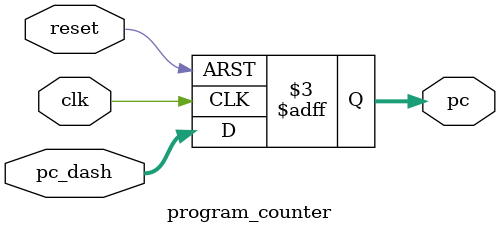
<source format=v>
module program_counter #(parameter ADDRESS_SIZE=32)
  (
  input  wire [ADDRESS_SIZE-1:0] pc_dash,
  input  wire                    clk,
  input  wire                    reset,
  output reg  [ADDRESS_SIZE-1:0] pc
  );
  
  always@(posedge clk or negedge reset)
   begin
     if(!reset)
       begin
         pc<=32'b0;
       end
     else
       begin
         pc<=pc_dash;
       end
     end
   endmodule

</source>
